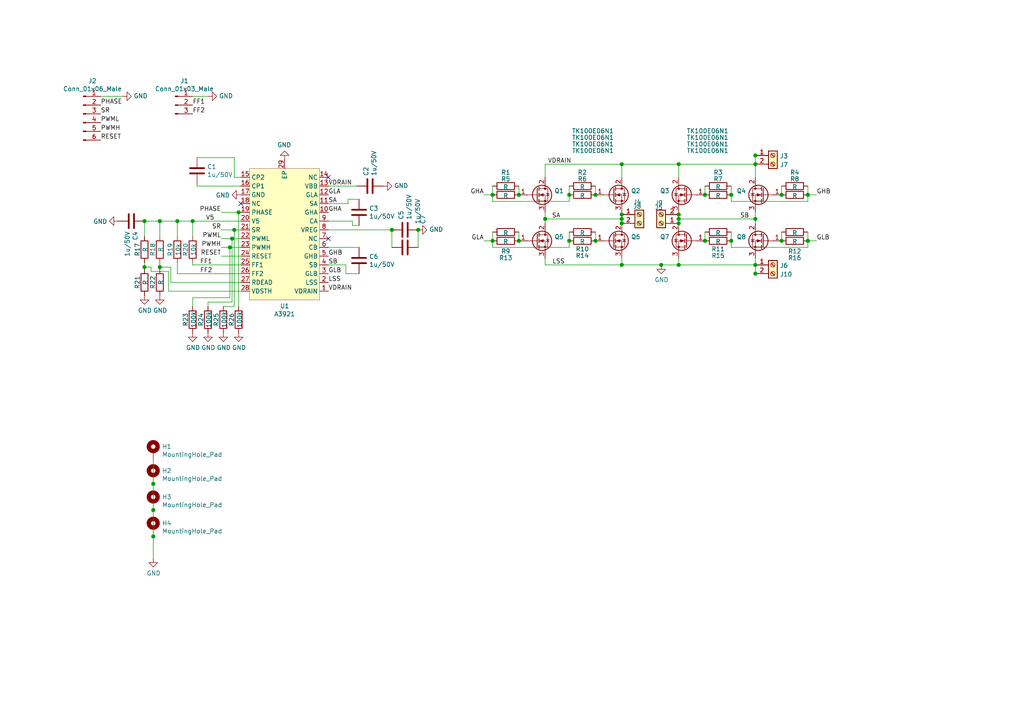
<source format=kicad_sch>
(kicad_sch (version 20201015) (generator eeschema)
  (paper "A4")
  (lib_symbols
    (symbol "Connector:Conn_01x03_Male" (pin_names (offset 1.016) hide)
      (property "Reference" "J" (at 0 5.08 0))
      (property "Value" "Conn_01x03_Male" (at 0 -5.08 0))
      (symbol "Conn_01x03_Male_1_1"
        (rectangle (start 0.8636 -2.413) (end 0 -2.667) (stroke (width 0.1524)) (fill (type outline)))
        (rectangle (start 0.8636 0.127) (end 0 -0.127) (stroke (width 0.1524)) (fill (type outline)))
        (rectangle (start 0.8636 2.667) (end 0 2.413) (stroke (width 0.1524)) (fill (type outline)))
        (polyline (pts (xy 1.27 -2.54) (xy 0.8636 -2.54)) (stroke (width 0.1524)))
        (polyline (pts (xy 1.27 0) (xy 0.8636 0)) (stroke (width 0.1524)))
        (polyline (pts (xy 1.27 2.54) (xy 0.8636 2.54)) (stroke (width 0.1524)))
        (pin passive line (at 5.08 2.54 180) (length 3.81) (name "Pin_1") (number "1"))
        (pin passive line (at 5.08 0 180) (length 3.81) (name "Pin_2") (number "2"))
        (pin passive line (at 5.08 -2.54 180) (length 3.81) (name "Pin_3") (number "3"))
      )
    )
    (symbol "Connector:Conn_01x06_Male" (pin_names (offset 1.016) hide)
      (property "Reference" "J" (at 0 7.62 0))
      (property "Value" "Conn_01x06_Male" (at 0 -10.16 0))
      (symbol "Conn_01x06_Male_1_1"
        (rectangle (start 0.8636 -7.493) (end 0 -7.747) (stroke (width 0.1524)) (fill (type outline)))
        (rectangle (start 0.8636 -4.953) (end 0 -5.207) (stroke (width 0.1524)) (fill (type outline)))
        (rectangle (start 0.8636 -2.413) (end 0 -2.667) (stroke (width 0.1524)) (fill (type outline)))
        (rectangle (start 0.8636 0.127) (end 0 -0.127) (stroke (width 0.1524)) (fill (type outline)))
        (rectangle (start 0.8636 2.667) (end 0 2.413) (stroke (width 0.1524)) (fill (type outline)))
        (rectangle (start 0.8636 5.207) (end 0 4.953) (stroke (width 0.1524)) (fill (type outline)))
        (polyline (pts (xy 1.27 -7.62) (xy 0.8636 -7.62)) (stroke (width 0.1524)))
        (polyline (pts (xy 1.27 -5.08) (xy 0.8636 -5.08)) (stroke (width 0.1524)))
        (polyline (pts (xy 1.27 -2.54) (xy 0.8636 -2.54)) (stroke (width 0.1524)))
        (polyline (pts (xy 1.27 0) (xy 0.8636 0)) (stroke (width 0.1524)))
        (polyline (pts (xy 1.27 2.54) (xy 0.8636 2.54)) (stroke (width 0.1524)))
        (polyline (pts (xy 1.27 5.08) (xy 0.8636 5.08)) (stroke (width 0.1524)))
        (pin passive line (at 5.08 5.08 180) (length 3.81) (name "Pin_1") (number "1"))
        (pin passive line (at 5.08 2.54 180) (length 3.81) (name "Pin_2") (number "2"))
        (pin passive line (at 5.08 0 180) (length 3.81) (name "Pin_3") (number "3"))
        (pin passive line (at 5.08 -2.54 180) (length 3.81) (name "Pin_4") (number "4"))
        (pin passive line (at 5.08 -5.08 180) (length 3.81) (name "Pin_5") (number "5"))
        (pin passive line (at 5.08 -7.62 180) (length 3.81) (name "Pin_6") (number "6"))
      )
    )
    (symbol "Connector:Screw_Terminal_01x02" (pin_names (offset 1.016) hide)
      (property "Reference" "J" (at 0 2.54 0))
      (property "Value" "Screw_Terminal_01x02" (at 0 -5.08 0))
      (symbol "Screw_Terminal_01x02_1_1"
        (circle (center 0 -2.54) (radius 0.635) (stroke (width 0.1524)))
        (circle (center 0 0) (radius 0.635) (stroke (width 0.1524)))
        (rectangle (start -1.27 1.27) (end 1.27 -3.81) (stroke (width 0.254)) (fill (type background)))
        (polyline (pts (xy -0.5334 -2.2098) (xy 0.3302 -3.048)) (stroke (width 0.1524)))
        (polyline (pts (xy -0.5334 0.3302) (xy 0.3302 -0.508)) (stroke (width 0.1524)))
        (polyline (pts (xy -0.3556 -2.032) (xy 0.508 -2.8702)) (stroke (width 0.1524)))
        (polyline (pts (xy -0.3556 0.508) (xy 0.508 -0.3302)) (stroke (width 0.1524)))
        (pin passive line (at -5.08 0 0) (length 3.81) (name "Pin_1") (number "1"))
        (pin passive line (at -5.08 -2.54 0) (length 3.81) (name "Pin_2") (number "2"))
      )
    )
    (symbol "DeeComponents:A3921"
      (property "Reference" "U" (at 2.54 3.81 0))
      (property "Value" "A3921" (at -2.54 3.81 0))
      (symbol "A3921_0_0"
        (pin passive line (at 0 -39.37 90) (length 2.54) (name "EP") (number "29"))
      )
      (symbol "A3921_0_1"
        (rectangle (start -10.16 1.27) (end 10.16 -36.83) (stroke (width 0.001)) (fill (type background)))
      )
      (symbol "A3921_1_1"
        (pin passive line (at -12.7 -1.27 0) (length 2.54) (name "VDRAIN") (number "1"))
        (pin passive line (at -12.7 -3.81 0) (length 2.54) (name "LSS") (number "2"))
        (pin passive line (at -12.7 -6.35 0) (length 2.54) (name "GLB") (number "3"))
        (pin passive line (at -12.7 -8.89 0) (length 2.54) (name "SB") (number "4"))
        (pin passive line (at -12.7 -16.51 0) (length 2.54) (name "NC") (number "7"))
        (pin passive line (at -12.7 -19.05 0) (length 2.54) (name "VREG") (number "8"))
        (pin passive line (at -12.7 -11.43 0) (length 2.54) (name "GHB") (number "5"))
        (pin passive line (at -12.7 -13.97 0) (length 2.54) (name "CB") (number "6"))
        (pin passive line (at -12.7 -26.67 0) (length 2.54) (name "SA") (number "11"))
        (pin passive line (at -12.7 -29.21 0) (length 2.54) (name "GLA") (number "12"))
        (pin passive line (at -12.7 -21.59 0) (length 2.54) (name "CA") (number "9"))
        (pin passive line (at -12.7 -34.29 0) (length 2.54) (name "NC") (number "14"))
        (pin passive line (at -12.7 -31.75 0) (length 2.54) (name "VBB") (number "13"))
        (pin passive line (at -12.7 -24.13 0) (length 2.54) (name "GHA") (number "10"))
        (pin passive line (at 12.7 -16.51 180) (length 2.54) (name "PWML") (number "22"))
        (pin passive line (at 12.7 -29.21 180) (length 2.54) (name "GND") (number "17"))
        (pin passive line (at 12.7 -26.67 180) (length 2.54) (name "NC") (number "18"))
        (pin passive line (at 12.7 -34.29 180) (length 2.54) (name "CP2") (number "15"))
        (pin passive line (at 12.7 -11.43 180) (length 2.54) (name "RESET") (number "24"))
        (pin passive line (at 12.7 -6.35 180) (length 2.54) (name "FF2") (number "26"))
        (pin passive line (at 12.7 -21.59 180) (length 2.54) (name "V5") (number "20"))
        (pin passive line (at 12.7 -24.13 180) (length 2.54) (name "PHASE") (number "19"))
        (pin passive line (at 12.7 -31.75 180) (length 2.54) (name "CP1") (number "16"))
        (pin passive line (at 12.7 -8.89 180) (length 2.54) (name "FF1") (number "25"))
        (pin passive line (at 12.7 -19.05 180) (length 2.54) (name "SR") (number "21"))
        (pin passive line (at 12.7 -3.81 180) (length 2.54) (name "RDEAD") (number "27"))
        (pin passive line (at 12.7 -13.97 180) (length 2.54) (name "PWMH") (number "23"))
        (pin passive line (at 12.7 -1.27 180) (length 2.54) (name "VDSTH") (number "28"))
      )
    )
    (symbol "Device:C" (pin_numbers hide) (pin_names (offset 0.254))
      (property "Reference" "C" (at 0.635 2.54 0))
      (property "Value" "C" (at 0.635 -2.54 0))
      (symbol "C_0_1"
        (polyline (pts (xy -2.032 -0.762) (xy 2.032 -0.762)) (stroke (width 0.508)))
        (polyline (pts (xy -2.032 0.762) (xy 2.032 0.762)) (stroke (width 0.508)))
      )
      (symbol "C_1_1"
        (pin passive line (at 0 3.81 270) (length 2.794) (name "~") (number "1"))
        (pin passive line (at 0 -3.81 90) (length 2.794) (name "~") (number "2"))
      )
    )
    (symbol "Device:R" (pin_numbers hide) (pin_names (offset 0))
      (property "Reference" "R" (at 2.032 0 90))
      (property "Value" "R" (at 0 0 90))
      (symbol "R_0_1"
        (rectangle (start -1.016 -2.54) (end 1.016 2.54) (stroke (width 0.254)))
      )
      (symbol "R_1_1"
        (pin passive line (at 0 3.81 270) (length 1.27) (name "~") (number "1"))
        (pin passive line (at 0 -3.81 90) (length 1.27) (name "~") (number "2"))
      )
    )
    (symbol "Mechanical:MountingHole_Pad" (pin_numbers hide) (pin_names (offset 1.016) hide)
      (property "Reference" "H" (at 0 6.35 0))
      (property "Value" "MountingHole_Pad" (at 0 4.445 0))
      (symbol "MountingHole_Pad_0_1"
        (circle (center 0 1.27) (radius 1.27) (stroke (width 1.27)))
      )
      (symbol "MountingHole_Pad_1_1"
        (pin input line (at 0 -2.54 90) (length 2.54) (name "1") (number "1"))
      )
    )
    (symbol "Transistor_FET:BUZ11" (pin_names hide)
      (property "Reference" "Q" (at 6.35 1.905 0))
      (property "Value" "BUZ11" (at 6.35 0 0))
      (symbol "BUZ11_0_1"
        (circle (center 1.651 0) (radius 2.794) (stroke (width 0.254)))
        (circle (center 2.54 -1.778) (radius 0.254) (fill (type outline)))
        (circle (center 2.54 1.778) (radius 0.254) (fill (type outline)))
        (polyline (pts (xy 0.254 0) (xy -2.54 0)))
        (polyline (pts (xy 0.254 1.905) (xy 0.254 -1.905)) (stroke (width 0.254)))
        (polyline (pts (xy 0.762 -1.27) (xy 0.762 -2.286)) (stroke (width 0.254)))
        (polyline (pts (xy 0.762 0.508) (xy 0.762 -0.508)) (stroke (width 0.254)))
        (polyline (pts (xy 0.762 2.286) (xy 0.762 1.27)) (stroke (width 0.254)))
        (polyline (pts (xy 2.54 2.54) (xy 2.54 1.778)))
        (polyline (pts (xy 2.54 -2.54) (xy 2.54 0) (xy 0.762 0)))
        (polyline (pts (xy 0.762 -1.778) (xy 3.302 -1.778) (xy 3.302 1.778) (xy 0.762 1.778)))
        (polyline (pts (xy 1.016 0) (xy 2.032 0.381) (xy 2.032 -0.381) (xy 1.016 0)) (fill (type outline)))
        (polyline (pts (xy 2.794 0.508) (xy 2.921 0.381) (xy 3.683 0.381) (xy 3.81 0.254)))
        (polyline (pts (xy 3.302 0.381) (xy 2.921 -0.254) (xy 3.683 -0.254) (xy 3.302 0.381)))
      )
      (symbol "BUZ11_1_1"
        (pin input line (at -5.08 0 0) (length 2.54) (name "G") (number "1"))
        (pin passive line (at 2.54 5.08 270) (length 2.54) (name "D") (number "2"))
        (pin passive line (at 2.54 -5.08 90) (length 2.54) (name "S") (number "3"))
      )
    )
    (symbol "power:GND" (power) (pin_names (offset 0))
      (property "Value" "GND" (at 0 -3.81 0))
      (symbol "GND_0_1"
        (polyline (pts (xy 0 0) (xy 0 -1.27) (xy 1.27 -1.27) (xy 0 -2.54) (xy -1.27 -1.27) (xy 0 -1.27)))
      )
      (symbol "GND_1_1"
        (pin power_in line (at 0 0 270) (length 0) hide (name "GND") (number "1"))
      )
    )
  )
  (junction (at 41.91 64.135) (diameter 1.016))
  (junction (at 41.91 77.47) (diameter 1.016))
  (junction (at 44.45 140.335) (diameter 1.016))
  (junction (at 44.45 147.955) (diameter 1.016))
  (junction (at 44.45 155.575) (diameter 1.016))
  (junction (at 46.355 64.135) (diameter 1.016))
  (junction (at 46.355 77.47) (diameter 1.016))
  (junction (at 51.435 64.135) (diameter 1.016))
  (junction (at 55.88 64.135) (diameter 1.016))
  (junction (at 66.675 71.755) (diameter 1.016))
  (junction (at 67.31 69.215) (diameter 1.016))
  (junction (at 67.945 66.675) (diameter 1.016))
  (junction (at 69.215 61.595) (diameter 1.016))
  (junction (at 113.665 66.675) (diameter 1.016))
  (junction (at 121.285 66.675) (diameter 1.016))
  (junction (at 142.875 56.515) (diameter 1.016))
  (junction (at 142.875 69.85) (diameter 1.016))
  (junction (at 150.495 56.515) (diameter 1.016))
  (junction (at 150.495 69.85) (diameter 1.016))
  (junction (at 158.115 63.5) (diameter 1.016))
  (junction (at 165.1 56.515) (diameter 1.016))
  (junction (at 165.1 69.85) (diameter 1.016))
  (junction (at 172.72 56.515) (diameter 1.016))
  (junction (at 172.72 69.85) (diameter 1.016))
  (junction (at 180.34 47.625) (diameter 1.016))
  (junction (at 180.34 62.23) (diameter 1.016))
  (junction (at 180.34 63.5) (diameter 1.016))
  (junction (at 180.34 64.77) (diameter 1.016))
  (junction (at 180.34 76.835) (diameter 1.016))
  (junction (at 191.77 76.835) (diameter 1.016))
  (junction (at 196.85 47.625) (diameter 1.016))
  (junction (at 196.85 62.23) (diameter 1.016))
  (junction (at 196.85 63.5) (diameter 1.016))
  (junction (at 196.85 64.77) (diameter 1.016))
  (junction (at 196.85 76.835) (diameter 1.016))
  (junction (at 204.47 56.515) (diameter 1.016))
  (junction (at 204.47 69.85) (diameter 1.016))
  (junction (at 212.09 56.515) (diameter 1.016))
  (junction (at 212.09 69.85) (diameter 1.016))
  (junction (at 219.075 45.085) (diameter 1.016))
  (junction (at 219.075 47.625) (diameter 1.016))
  (junction (at 219.075 63.5) (diameter 1.016))
  (junction (at 219.075 76.835) (diameter 1.016))
  (junction (at 219.075 79.375) (diameter 1.016))
  (junction (at 226.695 56.515) (diameter 1.016))
  (junction (at 226.695 69.85) (diameter 1.016))
  (junction (at 234.315 56.515) (diameter 1.016))
  (junction (at 234.315 69.85) (diameter 1.016))
  (no_connect (at 95.25 69.215))
  (no_connect (at 69.85 59.055))
  (no_connect (at 95.25 51.435))
  (wire (pts (xy 29.21 27.94) (xy 35.56 27.94)))
  (wire (pts (xy 41.91 64.135) (xy 41.91 68.58)))
  (wire (pts (xy 41.91 64.135) (xy 46.355 64.135)))
  (wire (pts (xy 41.91 76.2) (xy 41.91 77.47)))
  (wire (pts (xy 41.91 77.47) (xy 41.91 78.105)))
  (wire (pts (xy 41.91 77.47) (xy 43.815 77.47)))
  (wire (pts (xy 43.815 77.47) (xy 43.815 78.74)))
  (wire (pts (xy 43.815 78.74) (xy 48.895 78.74)))
  (wire (pts (xy 44.45 133.35) (xy 44.45 140.335)))
  (wire (pts (xy 44.45 140.335) (xy 44.45 147.955)))
  (wire (pts (xy 44.45 147.955) (xy 44.45 155.575)))
  (wire (pts (xy 44.45 155.575) (xy 44.45 161.925)))
  (wire (pts (xy 46.355 64.135) (xy 46.355 68.58)))
  (wire (pts (xy 46.355 64.135) (xy 51.435 64.135)))
  (wire (pts (xy 46.355 77.47) (xy 46.355 76.2)))
  (wire (pts (xy 46.355 77.47) (xy 46.355 78.105)))
  (wire (pts (xy 48.895 78.74) (xy 48.895 84.455)))
  (wire (pts (xy 48.895 84.455) (xy 69.85 84.455)))
  (wire (pts (xy 49.53 77.47) (xy 46.355 77.47)))
  (wire (pts (xy 49.53 81.915) (xy 49.53 77.47)))
  (wire (pts (xy 51.435 64.135) (xy 55.88 64.135)))
  (wire (pts (xy 51.435 68.58) (xy 51.435 64.135)))
  (wire (pts (xy 51.435 79.375) (xy 51.435 76.2)))
  (wire (pts (xy 55.88 27.94) (xy 60.325 27.94)))
  (wire (pts (xy 55.88 64.135) (xy 55.88 68.58)))
  (wire (pts (xy 55.88 64.135) (xy 69.85 64.135)))
  (wire (pts (xy 55.88 76.2) (xy 55.88 76.835)))
  (wire (pts (xy 55.88 76.835) (xy 69.85 76.835)))
  (wire (pts (xy 55.88 86.36) (xy 66.675 86.36)))
  (wire (pts (xy 55.88 88.9) (xy 55.88 86.36)))
  (wire (pts (xy 57.15 53.975) (xy 57.15 53.34)))
  (wire (pts (xy 60.325 87.63) (xy 67.31 87.63)))
  (wire (pts (xy 60.325 88.9) (xy 60.325 87.63)))
  (wire (pts (xy 64.135 61.595) (xy 69.215 61.595)))
  (wire (pts (xy 64.135 66.675) (xy 67.945 66.675)))
  (wire (pts (xy 64.135 69.215) (xy 67.31 69.215)))
  (wire (pts (xy 64.135 71.755) (xy 66.675 71.755)))
  (wire (pts (xy 64.135 74.295) (xy 69.85 74.295)))
  (wire (pts (xy 64.77 88.9) (xy 67.945 88.9)))
  (wire (pts (xy 66.675 71.755) (xy 69.85 71.755)))
  (wire (pts (xy 66.675 86.36) (xy 66.675 71.755)))
  (wire (pts (xy 67.31 69.215) (xy 67.31 87.63)))
  (wire (pts (xy 67.31 69.215) (xy 69.85 69.215)))
  (wire (pts (xy 67.945 45.72) (xy 57.15 45.72)))
  (wire (pts (xy 67.945 51.435) (xy 67.945 45.72)))
  (wire (pts (xy 67.945 51.435) (xy 69.85 51.435)))
  (wire (pts (xy 67.945 66.675) (xy 67.945 88.9)))
  (wire (pts (xy 67.945 66.675) (xy 69.85 66.675)))
  (wire (pts (xy 69.215 61.595) (xy 69.215 88.9)))
  (wire (pts (xy 69.215 61.595) (xy 69.85 61.595)))
  (wire (pts (xy 69.85 53.975) (xy 57.15 53.975)))
  (wire (pts (xy 69.85 79.375) (xy 51.435 79.375)))
  (wire (pts (xy 69.85 81.915) (xy 49.53 81.915)))
  (wire (pts (xy 95.25 53.975) (xy 103.505 53.975)))
  (wire (pts (xy 95.25 59.055) (xy 100.965 59.055)))
  (wire (pts (xy 95.25 64.135) (xy 102.235 64.135)))
  (wire (pts (xy 95.25 66.675) (xy 113.665 66.675)))
  (wire (pts (xy 95.25 71.755) (xy 104.14 71.755)))
  (wire (pts (xy 100.33 76.835) (xy 95.25 76.835)))
  (wire (pts (xy 100.33 79.375) (xy 100.33 76.835)))
  (wire (pts (xy 100.965 57.785) (xy 100.965 59.055)))
  (wire (pts (xy 102.235 65.405) (xy 102.235 64.135)))
  (wire (pts (xy 104.14 57.785) (xy 100.965 57.785)))
  (wire (pts (xy 104.14 65.405) (xy 102.235 65.405)))
  (wire (pts (xy 104.14 79.375) (xy 100.33 79.375)))
  (wire (pts (xy 113.665 66.675) (xy 113.665 71.755)))
  (wire (pts (xy 121.285 66.675) (xy 121.285 71.755)))
  (wire (pts (xy 140.335 56.515) (xy 142.875 56.515)))
  (wire (pts (xy 140.335 69.85) (xy 142.875 69.85)))
  (wire (pts (xy 142.875 53.975) (xy 142.875 56.515)))
  (wire (pts (xy 142.875 58.42) (xy 142.875 56.515)))
  (wire (pts (xy 142.875 67.31) (xy 142.875 69.85)))
  (wire (pts (xy 142.875 71.755) (xy 142.875 69.85)))
  (wire (pts (xy 150.495 53.975) (xy 150.495 56.515)))
  (wire (pts (xy 150.495 67.31) (xy 150.495 69.85)))
  (wire (pts (xy 158.115 47.625) (xy 158.115 51.435)))
  (wire (pts (xy 158.115 61.595) (xy 158.115 63.5)))
  (wire (pts (xy 158.115 63.5) (xy 158.115 64.77)))
  (wire (pts (xy 158.115 63.5) (xy 180.34 63.5)))
  (wire (pts (xy 158.115 74.93) (xy 158.115 76.835)))
  (wire (pts (xy 158.115 76.835) (xy 180.34 76.835)))
  (wire (pts (xy 165.1 53.975) (xy 165.1 56.515)))
  (wire (pts (xy 165.1 56.515) (xy 165.1 58.42)))
  (wire (pts (xy 165.1 58.42) (xy 142.875 58.42)))
  (wire (pts (xy 165.1 67.31) (xy 165.1 69.85)))
  (wire (pts (xy 165.1 69.85) (xy 165.1 71.755)))
  (wire (pts (xy 165.1 71.755) (xy 142.875 71.755)))
  (wire (pts (xy 172.72 53.975) (xy 172.72 56.515)))
  (wire (pts (xy 172.72 67.31) (xy 172.72 69.85)))
  (wire (pts (xy 180.34 47.625) (xy 158.115 47.625)))
  (wire (pts (xy 180.34 47.625) (xy 196.85 47.625)))
  (wire (pts (xy 180.34 51.435) (xy 180.34 47.625)))
  (wire (pts (xy 180.34 61.595) (xy 180.34 62.23)))
  (wire (pts (xy 180.34 62.23) (xy 180.34 63.5)))
  (wire (pts (xy 180.34 63.5) (xy 180.34 64.77)))
  (wire (pts (xy 180.34 76.835) (xy 180.34 74.93)))
  (wire (pts (xy 180.34 76.835) (xy 191.77 76.835)))
  (wire (pts (xy 191.77 76.835) (xy 196.85 76.835)))
  (wire (pts (xy 196.85 47.625) (xy 219.075 47.625)))
  (wire (pts (xy 196.85 51.435) (xy 196.85 47.625)))
  (wire (pts (xy 196.85 61.595) (xy 196.85 62.23)))
  (wire (pts (xy 196.85 62.23) (xy 196.85 63.5)))
  (wire (pts (xy 196.85 63.5) (xy 196.85 64.77)))
  (wire (pts (xy 196.85 76.835) (xy 196.85 74.93)))
  (wire (pts (xy 204.47 53.975) (xy 204.47 56.515)))
  (wire (pts (xy 204.47 67.31) (xy 204.47 69.85)))
  (wire (pts (xy 212.09 53.975) (xy 212.09 56.515)))
  (wire (pts (xy 212.09 56.515) (xy 212.09 58.42)))
  (wire (pts (xy 212.09 58.42) (xy 234.315 58.42)))
  (wire (pts (xy 212.09 67.31) (xy 212.09 69.85)))
  (wire (pts (xy 212.09 69.85) (xy 212.09 71.755)))
  (wire (pts (xy 212.09 71.755) (xy 234.315 71.755)))
  (wire (pts (xy 219.075 45.085) (xy 219.075 47.625)))
  (wire (pts (xy 219.075 47.625) (xy 219.075 51.435)))
  (wire (pts (xy 219.075 61.595) (xy 219.075 63.5)))
  (wire (pts (xy 219.075 63.5) (xy 196.85 63.5)))
  (wire (pts (xy 219.075 63.5) (xy 219.075 64.77)))
  (wire (pts (xy 219.075 74.93) (xy 219.075 76.835)))
  (wire (pts (xy 219.075 76.835) (xy 196.85 76.835)))
  (wire (pts (xy 219.075 76.835) (xy 219.075 79.375)))
  (wire (pts (xy 226.695 53.975) (xy 226.695 56.515)))
  (wire (pts (xy 226.695 67.31) (xy 226.695 69.85)))
  (wire (pts (xy 234.315 53.975) (xy 234.315 56.515)))
  (wire (pts (xy 234.315 58.42) (xy 234.315 56.515)))
  (wire (pts (xy 234.315 67.31) (xy 234.315 69.85)))
  (wire (pts (xy 234.315 71.755) (xy 234.315 69.85)))
  (wire (pts (xy 236.855 56.515) (xy 234.315 56.515)))
  (wire (pts (xy 236.855 69.85) (xy 234.315 69.85)))
  (label "PHASE" (at 29.21 30.48 0))
  (label "SR" (at 29.21 33.02 0))
  (label "PWML" (at 29.21 35.56 0))
  (label "PWMH" (at 29.21 38.1 0))
  (label "RESET" (at 29.21 40.64 0))
  (label "FF1" (at 55.88 30.48 0))
  (label "FF2" (at 55.88 33.02 0))
  (label "V5" (at 59.69 64.135 0))
  (label "FF1" (at 61.595 76.835 180))
  (label "FF2" (at 61.595 79.375 180))
  (label "PHASE" (at 64.135 61.595 180))
  (label "SR" (at 64.135 66.675 180))
  (label "PWML" (at 64.135 69.215 180))
  (label "PWMH" (at 64.135 71.755 180))
  (label "RESET" (at 64.135 74.295 180))
  (label "VDRAIN" (at 95.25 53.975 0))
  (label "GLA" (at 95.25 56.515 0))
  (label "SA" (at 95.25 59.055 0))
  (label "GHA" (at 95.25 61.595 0))
  (label "GHB" (at 95.25 74.295 0))
  (label "SB" (at 95.25 76.835 0))
  (label "GLB" (at 95.25 79.375 0))
  (label "LSS" (at 95.25 81.915 0))
  (label "VDRAIN" (at 95.25 84.455 0))
  (label "GHA" (at 140.335 56.515 180))
  (label "GLA" (at 140.335 69.85 180))
  (label "SA" (at 162.56 63.5 180))
  (label "LSS" (at 163.83 76.835 180))
  (label "VDRAIN" (at 165.735 47.625 180))
  (label "SB" (at 214.63 63.5 0))
  (label "GHB" (at 236.855 56.515 0))
  (label "GLB" (at 236.855 69.85 0))
  (symbol (lib_id "power:GND") (at 34.29 64.135 270) (unit 1)
    (property "Reference" "#PWR04" (effects hide))
    (property "Value" "GND" (at 31.1149 64.2493 90) (effects (justify right)))
  )
  (symbol (lib_id "power:GND") (at 35.56 27.94 90) (unit 1)
    (property "Reference" "#PWR08" (effects hide))
    (property "Value" "GND" (at 38.7351 27.8257 90) (effects (justify right)))
  )
  (symbol (lib_id "power:GND") (at 41.91 85.725 0) (unit 1)
    (property "Reference" "#PWR06" (effects hide))
    (property "Value" "GND" (at 42.0243 90.0494 0))
  )
  (symbol (lib_id "power:GND") (at 44.45 161.925 0) (unit 1)
    (property "Reference" "#PWR0102" (effects hide))
    (property "Value" "GND" (at 44.5643 166.2494 0))
  )
  (symbol (lib_id "power:GND") (at 46.355 85.725 0) (unit 1)
    (property "Reference" "#PWR07" (effects hide))
    (property "Value" "GND" (at 46.4693 90.0494 0))
  )
  (symbol (lib_id "power:GND") (at 55.88 96.52 0) (unit 1)
    (property "Reference" "#PWR010" (effects hide))
    (property "Value" "GND" (at 55.9943 100.8444 0))
  )
  (symbol (lib_id "power:GND") (at 60.325 27.94 90) (unit 1)
    (property "Reference" "#PWR09" (effects hide))
    (property "Value" "GND" (at 63.5001 27.8257 90) (effects (justify right)))
  )
  (symbol (lib_id "power:GND") (at 60.325 96.52 0) (unit 1)
    (property "Reference" "#PWR011" (effects hide))
    (property "Value" "GND" (at 60.4393 100.8444 0))
  )
  (symbol (lib_id "power:GND") (at 64.77 96.52 0) (unit 1)
    (property "Reference" "#PWR012" (effects hide))
    (property "Value" "GND" (at 64.8843 100.8444 0))
  )
  (symbol (lib_id "power:GND") (at 69.215 96.52 0) (unit 1)
    (property "Reference" "#PWR013" (effects hide))
    (property "Value" "GND" (at 69.3293 100.8444 0))
  )
  (symbol (lib_id "power:GND") (at 69.85 56.515 270) (unit 1)
    (property "Reference" "#PWR03" (effects hide))
    (property "Value" "GND" (at 66.6749 56.6293 90) (effects (justify right)))
  )
  (symbol (lib_id "power:GND") (at 82.55 46.355 180) (unit 1)
    (property "Reference" "#PWR01" (effects hide))
    (property "Value" "GND" (at 82.4357 42.0306 0))
  )
  (symbol (lib_id "power:GND") (at 111.125 53.975 90) (unit 1)
    (property "Reference" "#PWR02" (effects hide))
    (property "Value" "GND" (at 114.3001 53.8607 90) (effects (justify right)))
  )
  (symbol (lib_id "power:GND") (at 121.285 66.675 90) (unit 1)
    (property "Reference" "#PWR05" (effects hide))
    (property "Value" "GND" (at 124.4601 66.5607 90) (effects (justify right)))
  )
  (symbol (lib_id "power:GND") (at 191.77 76.835 0) (unit 1)
    (property "Reference" "#PWR0101" (effects hide))
    (property "Value" "GND" (at 191.8843 81.1594 0))
  )
  (symbol (lib_id "Device:R") (at 41.91 72.39 180) (unit 1)
    (property "Reference" "R17" (at 39.8588 72.39 90))
    (property "Value" "R" (at 42.158 72.39 90))
    (property "Footprint" "Resistor_SMD:R_0603_1608Metric_Pad0.98x0.95mm_HandSolder" (effects hide))
  )
  (symbol (lib_id "Device:R") (at 41.91 81.915 180) (unit 1)
    (property "Reference" "R21" (at 39.8588 81.915 90))
    (property "Value" "R" (at 42.158 81.915 90))
    (property "Footprint" "Resistor_SMD:R_0603_1608Metric_Pad0.98x0.95mm_HandSolder" (effects hide))
  )
  (symbol (lib_id "Device:R") (at 46.355 72.39 180) (unit 1)
    (property "Reference" "R18" (at 44.3038 72.39 90))
    (property "Value" "R" (at 46.603 72.39 90))
    (property "Footprint" "Resistor_SMD:R_0603_1608Metric_Pad0.98x0.95mm_HandSolder" (effects hide))
  )
  (symbol (lib_id "Device:R") (at 46.355 81.915 180) (unit 1)
    (property "Reference" "R22" (at 44.3038 81.915 90))
    (property "Value" "R" (at 46.603 81.915 90))
    (property "Footprint" "Resistor_SMD:R_0603_1608Metric_Pad0.98x0.95mm_HandSolder" (effects hide))
  )
  (symbol (lib_id "Device:R") (at 51.435 72.39 180) (unit 1)
    (property "Reference" "R19" (at 49.3838 72.39 90))
    (property "Value" "10k" (at 51.683 72.39 90))
    (property "Footprint" "Resistor_SMD:R_0603_1608Metric_Pad0.98x0.95mm_HandSolder" (effects hide))
  )
  (symbol (lib_id "Device:R") (at 55.88 72.39 180) (unit 1)
    (property "Reference" "R20" (at 53.8288 72.39 90))
    (property "Value" "10k" (at 56.128 72.39 90))
    (property "Footprint" "Resistor_SMD:R_0603_1608Metric_Pad0.98x0.95mm_HandSolder" (effects hide))
  )
  (symbol (lib_id "Device:R") (at 55.88 92.71 180) (unit 1)
    (property "Reference" "R23" (at 53.8288 92.71 90))
    (property "Value" "100k" (at 56.128 92.71 90))
    (property "Footprint" "Resistor_SMD:R_0603_1608Metric_Pad0.98x0.95mm_HandSolder" (effects hide))
  )
  (symbol (lib_id "Device:R") (at 60.325 92.71 180) (unit 1)
    (property "Reference" "R24" (at 58.2738 92.71 90))
    (property "Value" "100k" (at 60.573 92.71 90))
    (property "Footprint" "Resistor_SMD:R_0603_1608Metric_Pad0.98x0.95mm_HandSolder" (effects hide))
  )
  (symbol (lib_id "Device:R") (at 64.77 92.71 180) (unit 1)
    (property "Reference" "R25" (at 62.7188 92.71 90))
    (property "Value" "100k" (at 65.018 92.71 90))
    (property "Footprint" "Resistor_SMD:R_0603_1608Metric_Pad0.98x0.95mm_HandSolder" (effects hide))
  )
  (symbol (lib_id "Device:R") (at 69.215 92.71 180) (unit 1)
    (property "Reference" "R26" (at 67.1638 92.71 90))
    (property "Value" "100k" (at 69.463 92.71 90))
    (property "Footprint" "Resistor_SMD:R_0603_1608Metric_Pad0.98x0.95mm_HandSolder" (effects hide))
  )
  (symbol (lib_id "Device:R") (at 146.685 53.975 90) (unit 1)
    (property "Reference" "R1" (at 146.685 50.0188 90))
    (property "Value" "R" (at 146.685 54.2225 90))
    (property "Footprint" "Resistor_SMD:R_0603_1608Metric_Pad0.98x0.95mm_HandSolder" (effects hide))
  )
  (symbol (lib_id "Device:R") (at 146.685 56.515 90) (unit 1)
    (property "Reference" "R5" (at 146.685 51.9238 90))
    (property "Value" "R" (at 146.685 56.7625 90))
    (property "Footprint" "Resistor_SMD:R_0603_1608Metric_Pad0.98x0.95mm_HandSolder" (effects hide))
  )
  (symbol (lib_id "Device:R") (at 146.685 67.31 90) (unit 1)
    (property "Reference" "R9" (at 146.685 72.8788 90))
    (property "Value" "R" (at 146.685 67.5575 90))
    (property "Footprint" "Resistor_SMD:R_0603_1608Metric_Pad0.98x0.95mm_HandSolder" (effects hide))
  )
  (symbol (lib_id "Device:R") (at 146.685 69.85 90) (unit 1)
    (property "Reference" "R13" (at 146.685 74.7838 90))
    (property "Value" "R" (at 146.685 70.0975 90))
    (property "Footprint" "Resistor_SMD:R_0603_1608Metric_Pad0.98x0.95mm_HandSolder" (effects hide))
  )
  (symbol (lib_id "Device:R") (at 168.91 53.975 90) (unit 1)
    (property "Reference" "R2" (at 168.91 50.0188 90))
    (property "Value" "R" (at 168.91 54.2225 90))
    (property "Footprint" "Resistor_SMD:R_0603_1608Metric_Pad0.98x0.95mm_HandSolder" (effects hide))
  )
  (symbol (lib_id "Device:R") (at 168.91 56.515 90) (unit 1)
    (property "Reference" "R6" (at 168.91 51.9238 90))
    (property "Value" "R" (at 168.91 56.7625 90))
    (property "Footprint" "Resistor_SMD:R_0603_1608Metric_Pad0.98x0.95mm_HandSolder" (effects hide))
  )
  (symbol (lib_id "Device:R") (at 168.91 67.31 90) (unit 1)
    (property "Reference" "R10" (at 168.91 72.2438 90))
    (property "Value" "R" (at 168.91 67.5575 90))
    (property "Footprint" "Resistor_SMD:R_0603_1608Metric_Pad0.98x0.95mm_HandSolder" (effects hide))
  )
  (symbol (lib_id "Device:R") (at 168.91 69.85 90) (unit 1)
    (property "Reference" "R14" (at 168.91 74.1488 90))
    (property "Value" "R" (at 168.91 70.0975 90))
    (property "Footprint" "Resistor_SMD:R_0603_1608Metric_Pad0.98x0.95mm_HandSolder" (effects hide))
  )
  (symbol (lib_id "Device:R") (at 208.28 53.975 270) (mirror x) (unit 1)
    (property "Reference" "R3" (at 208.28 50.0188 90))
    (property "Value" "R" (at 208.28 54.2225 90))
    (property "Footprint" "Resistor_SMD:R_0603_1608Metric_Pad0.98x0.95mm_HandSolder" (effects hide))
  )
  (symbol (lib_id "Device:R") (at 208.28 56.515 270) (mirror x) (unit 1)
    (property "Reference" "R7" (at 208.28 51.9238 90))
    (property "Value" "R" (at 208.28 56.7625 90))
    (property "Footprint" "Resistor_SMD:R_0603_1608Metric_Pad0.98x0.95mm_HandSolder" (effects hide))
  )
  (symbol (lib_id "Device:R") (at 208.28 67.31 270) (mirror x) (unit 1)
    (property "Reference" "R11" (at 208.28 72.2438 90))
    (property "Value" "R" (at 208.28 67.5575 90))
    (property "Footprint" "Resistor_SMD:R_0603_1608Metric_Pad0.98x0.95mm_HandSolder" (effects hide))
  )
  (symbol (lib_id "Device:R") (at 208.28 69.85 270) (mirror x) (unit 1)
    (property "Reference" "R15" (at 208.28 74.1488 90))
    (property "Value" "R" (at 208.28 70.0975 90))
    (property "Footprint" "Resistor_SMD:R_0603_1608Metric_Pad0.98x0.95mm_HandSolder" (effects hide))
  )
  (symbol (lib_id "Device:R") (at 230.505 53.975 270) (mirror x) (unit 1)
    (property "Reference" "R4" (at 230.505 50.0188 90))
    (property "Value" "R" (at 230.505 54.2225 90))
    (property "Footprint" "Resistor_SMD:R_0603_1608Metric_Pad0.98x0.95mm_HandSolder" (effects hide))
  )
  (symbol (lib_id "Device:R") (at 230.505 56.515 270) (mirror x) (unit 1)
    (property "Reference" "R8" (at 230.505 51.9238 90))
    (property "Value" "R" (at 230.505 56.7625 90))
    (property "Footprint" "Resistor_SMD:R_0603_1608Metric_Pad0.98x0.95mm_HandSolder" (effects hide))
  )
  (symbol (lib_id "Device:R") (at 230.505 67.31 270) (mirror x) (unit 1)
    (property "Reference" "R12" (at 230.505 72.8788 90))
    (property "Value" "R" (at 230.505 67.5575 90))
    (property "Footprint" "Resistor_SMD:R_0603_1608Metric_Pad0.98x0.95mm_HandSolder" (effects hide))
  )
  (symbol (lib_id "Device:R") (at 230.505 69.85 270) (mirror x) (unit 1)
    (property "Reference" "R16" (at 230.505 74.7838 90))
    (property "Value" "R" (at 230.505 70.0975 90))
    (property "Footprint" "Resistor_SMD:R_0603_1608Metric_Pad0.98x0.95mm_HandSolder" (effects hide))
  )
  (symbol (lib_id "Mechanical:MountingHole_Pad") (at 44.45 130.81 0) (unit 1)
    (property "Reference" "H1" (at 46.9901 129.5336 0) (effects (justify left)))
    (property "Value" "MountingHole_Pad" (at 46.9901 131.8323 0) (effects (justify left)))
    (property "Footprint" "components:MountingHole_3.2mm_M3" (effects hide))
  )
  (symbol (lib_id "Mechanical:MountingHole_Pad") (at 44.45 137.795 0) (unit 1)
    (property "Reference" "H2" (at 46.9901 136.5186 0) (effects (justify left)))
    (property "Value" "MountingHole_Pad" (at 46.9901 138.8173 0) (effects (justify left)))
    (property "Footprint" "components:MountingHole_3.2mm_M3" (effects hide))
  )
  (symbol (lib_id "Mechanical:MountingHole_Pad") (at 44.45 145.415 0) (unit 1)
    (property "Reference" "H3" (at 46.9901 144.1386 0) (effects (justify left)))
    (property "Value" "MountingHole_Pad" (at 46.9901 146.4373 0) (effects (justify left)))
    (property "Footprint" "components:MountingHole_3.2mm_M3" (effects hide))
  )
  (symbol (lib_id "Mechanical:MountingHole_Pad") (at 44.45 153.035 0) (unit 1)
    (property "Reference" "H4" (at 46.9901 151.7586 0) (effects (justify left)))
    (property "Value" "MountingHole_Pad" (at 46.9901 154.0573 0) (effects (justify left)))
    (property "Footprint" "components:MountingHole_3.2mm_M3" (effects hide))
  )
  (symbol (lib_id "Connector:Screw_Terminal_01x02") (at 185.42 62.23 0) (unit 1)
    (property "Reference" "J4" (at 183.6421 58.5914 0) (effects (justify left)))
    (property "Value" "Screw_Terminal_01x02" (effects hide))
    (property "Footprint" "components:Terminal-Block-7.62mm-20A-300V" (effects hide))
  )
  (symbol (lib_id "Connector:Screw_Terminal_01x02") (at 185.42 62.23 0) (unit 1)
    (property "Reference" "J8" (at 183.6421 59.8614 0) (effects (justify left)))
    (property "Value" "Screw_Terminal_01x02" (effects hide))
    (property "Footprint" "components:Terminal-Block-7.62mm-20A-300V" (effects hide))
  )
  (symbol (lib_id "Connector:Screw_Terminal_01x02") (at 191.77 64.77 180) (unit 1)
    (property "Reference" "J5" (at 192.2779 60.1536 0) (effects (justify left)))
    (property "Value" "Screw_Terminal_01x02" (effects hide))
    (property "Footprint" "components:Terminal-Block-7.62mm-20A-300V" (effects hide))
  )
  (symbol (lib_id "Connector:Screw_Terminal_01x02") (at 191.77 64.77 180) (unit 1)
    (property "Reference" "J9" (at 192.2779 58.8836 0) (effects (justify left)))
    (property "Value" "Screw_Terminal_01x02" (effects hide))
    (property "Footprint" "components:Terminal-Block-7.62mm-20A-300V" (effects hide))
  )
  (symbol (lib_id "Connector:Screw_Terminal_01x02") (at 224.155 45.085 0) (unit 1)
    (property "Reference" "J3" (at 226.1871 45.2564 0) (effects (justify left)))
    (property "Value" "Screw_Terminal_01x02" (effects hide))
    (property "Footprint" "components:Terminal-Block-7.62mm-20A-300V" (effects hide))
  )
  (symbol (lib_id "Connector:Screw_Terminal_01x02") (at 224.155 45.085 0) (unit 1)
    (property "Reference" "J7" (at 226.1871 47.7964 0) (effects (justify left)))
    (property "Value" "Screw_Terminal_01x02" (effects hide))
    (property "Footprint" "components:Terminal-Block-7.62mm-20A-300V" (effects hide))
  )
  (symbol (lib_id "Connector:Screw_Terminal_01x02") (at 224.155 76.835 0) (unit 1)
    (property "Reference" "J6" (at 226.1871 77.0064 0) (effects (justify left)))
    (property "Value" "Screw_Terminal_01x02" (effects hide))
    (property "Footprint" "components:Terminal-Block-7.62mm-20A-300V" (effects hide))
  )
  (symbol (lib_id "Connector:Screw_Terminal_01x02") (at 224.155 76.835 0) (unit 1)
    (property "Reference" "J10" (at 226.1871 79.5464 0) (effects (justify left)))
    (property "Value" "Screw_Terminal_01x02" (effects hide))
    (property "Footprint" "components:Terminal-Block-7.62mm-20A-300V" (effects hide))
  )
  (symbol (lib_id "Device:C") (at 38.1 64.135 270) (unit 1)
    (property "Reference" "C4" (at 39.2494 67.0561 0) (effects (justify left)))
    (property "Value" "1u/50V" (at 36.951 67.056 0) (effects (justify left)))
    (property "Footprint" "Resistor_SMD:R_0603_1608Metric_Pad0.98x0.95mm_HandSolder" (effects hide))
  )
  (symbol (lib_id "Device:C") (at 57.15 49.53 0) (unit 1)
    (property "Reference" "C1" (at 60.0711 48.3806 0) (effects (justify left)))
    (property "Value" "1u/50V" (at 60.071 50.679 0) (effects (justify left)))
    (property "Footprint" "Resistor_SMD:R_0603_1608Metric_Pad0.98x0.95mm_HandSolder" (effects hide))
  )
  (symbol (lib_id "Device:C") (at 104.14 61.595 0) (unit 1)
    (property "Reference" "C3" (at 107.0611 60.4456 0) (effects (justify left)))
    (property "Value" "1u/50V" (at 107.061 62.744 0) (effects (justify left)))
    (property "Footprint" "Resistor_SMD:R_0603_1608Metric_Pad0.98x0.95mm_HandSolder" (effects hide))
  )
  (symbol (lib_id "Device:C") (at 104.14 75.565 0) (unit 1)
    (property "Reference" "C6" (at 107.0611 74.4156 0) (effects (justify left)))
    (property "Value" "1u/50V" (at 107.061 76.714 0) (effects (justify left)))
    (property "Footprint" "Resistor_SMD:R_0603_1608Metric_Pad0.98x0.95mm_HandSolder" (effects hide))
  )
  (symbol (lib_id "Device:C") (at 107.315 53.975 90) (unit 1)
    (property "Reference" "C2" (at 106.1656 51.0539 0) (effects (justify left)))
    (property "Value" "1u/50V" (at 108.464 51.054 0) (effects (justify left)))
    (property "Footprint" "Resistor_SMD:R_0603_1608Metric_Pad0.98x0.95mm_HandSolder" (effects hide))
  )
  (symbol (lib_id "Device:C") (at 117.475 66.675 90) (unit 1)
    (property "Reference" "C5" (at 116.3256 63.7539 0) (effects (justify left)))
    (property "Value" "1u/50V" (at 118.624 63.754 0) (effects (justify left)))
    (property "Footprint" "Resistor_SMD:R_0603_1608Metric_Pad0.98x0.95mm_HandSolder" (effects hide))
  )
  (symbol (lib_id "Device:C") (at 117.475 71.755 90) (unit 1)
    (property "Reference" "C7" (at 122.6756 65.0239 0) (effects (justify left)))
    (property "Value" "1u/50V" (at 121.164 65.024 0) (effects (justify left)))
    (property "Footprint" "Resistor_SMD:R_0603_1608Metric_Pad0.98x0.95mm_HandSolder" (effects hide))
  )
  (symbol (lib_id "Connector:Conn_01x03_Male") (at 50.8 30.48 0) (unit 1)
    (property "Reference" "J1" (at 53.4924 23.4758 0))
    (property "Value" "Conn_01x03_Male" (at 53.4924 25.7745 0))
    (property "Footprint" "Connector_JST:JST_XH_B3B-XH-A_1x03_P2.50mm_Vertical" (effects hide))
  )
  (symbol (lib_id "Connector:Conn_01x06_Male") (at 24.13 33.02 0) (unit 1)
    (property "Reference" "J2" (at 26.8224 23.4758 0))
    (property "Value" "Conn_01x06_Male" (at 26.8224 25.7745 0))
    (property "Footprint" "Connector_JST:JST_XH_B6B-XH-A_1x06_P2.50mm_Vertical" (effects hide))
  )
  (symbol (lib_id "Transistor_FET:BUZ11") (at 155.575 56.515 0) (unit 1)
    (property "Reference" "Q1" (at 160.7821 55.3656 0) (effects (justify left)))
    (property "Value" "TK100E06N1" (at 165.8621 43.6943 0) (effects (justify left)))
    (property "Footprint" "components:TO-252-3_Heatsink-TO220-Compat" (effects hide))
    (property "Datasheet" "https://media.digikey.com/pdf/Data%20Sheets/Fairchild%20PDFs/BUZ11.pdf" (effects hide))
  )
  (symbol (lib_id "Transistor_FET:BUZ11") (at 155.575 69.85 0) (unit 1)
    (property "Reference" "Q5" (at 160.7821 68.7006 0) (effects (justify left)))
    (property "Value" "TK100E06N1" (at 165.8621 39.8843 0) (effects (justify left)))
    (property "Footprint" "components:TO-252-3_Heatsink-TO220-Compat" (effects hide))
    (property "Datasheet" "https://media.digikey.com/pdf/Data%20Sheets/Fairchild%20PDFs/BUZ11.pdf" (effects hide))
  )
  (symbol (lib_id "Transistor_FET:BUZ11") (at 177.8 56.515 0) (unit 1)
    (property "Reference" "Q2" (at 183.0071 55.3656 0) (effects (justify left)))
    (property "Value" "TK100E06N1" (at 165.8621 37.9793 0) (effects (justify left)))
    (property "Footprint" "components:TO-252-3_Heatsink-TO220-Compat" (effects hide))
    (property "Datasheet" "https://media.digikey.com/pdf/Data%20Sheets/Fairchild%20PDFs/BUZ11.pdf" (effects hide))
  )
  (symbol (lib_id "Transistor_FET:BUZ11") (at 177.8 69.85 0) (unit 1)
    (property "Reference" "Q6" (at 183.0071 68.7006 0) (effects (justify left)))
    (property "Value" "TK100E06N1" (at 165.8621 41.7893 0) (effects (justify left)))
    (property "Footprint" "components:TO-252-3_Heatsink-TO220-Compat" (effects hide))
    (property "Datasheet" "https://media.digikey.com/pdf/Data%20Sheets/Fairchild%20PDFs/BUZ11.pdf" (effects hide))
  )
  (symbol (lib_id "Transistor_FET:BUZ11") (at 199.39 56.515 0) (mirror y) (unit 1)
    (property "Reference" "Q3" (at 194.1829 55.3656 0) (effects (justify left)))
    (property "Value" "TK100E06N1" (at 211.3279 37.9793 0) (effects (justify left)))
    (property "Footprint" "components:TO-252-3_Heatsink-TO220-Compat" (effects hide))
    (property "Datasheet" "https://media.digikey.com/pdf/Data%20Sheets/Fairchild%20PDFs/BUZ11.pdf" (effects hide))
  )
  (symbol (lib_id "Transistor_FET:BUZ11") (at 199.39 69.85 0) (mirror y) (unit 1)
    (property "Reference" "Q7" (at 194.1829 68.7006 0) (effects (justify left)))
    (property "Value" "TK100E06N1" (at 211.3279 41.7893 0) (effects (justify left)))
    (property "Footprint" "components:TO-252-3_Heatsink-TO220-Compat" (effects hide))
    (property "Datasheet" "https://media.digikey.com/pdf/Data%20Sheets/Fairchild%20PDFs/BUZ11.pdf" (effects hide))
  )
  (symbol (lib_id "Transistor_FET:BUZ11") (at 221.615 56.515 0) (mirror y) (unit 1)
    (property "Reference" "Q4" (at 216.4079 55.3656 0) (effects (justify left)))
    (property "Value" "TK100E06N1" (at 211.3279 43.6943 0) (effects (justify left)))
    (property "Footprint" "components:TO-252-3_Heatsink-TO220-Compat" (effects hide))
    (property "Datasheet" "https://media.digikey.com/pdf/Data%20Sheets/Fairchild%20PDFs/BUZ11.pdf" (effects hide))
  )
  (symbol (lib_id "Transistor_FET:BUZ11") (at 221.615 69.85 0) (mirror y) (unit 1)
    (property "Reference" "Q8" (at 216.4079 68.7006 0) (effects (justify left)))
    (property "Value" "TK100E06N1" (at 211.3279 39.8843 0) (effects (justify left)))
    (property "Footprint" "components:TO-252-3_Heatsink-TO220-Compat" (effects hide))
    (property "Datasheet" "https://media.digikey.com/pdf/Data%20Sheets/Fairchild%20PDFs/BUZ11.pdf" (effects hide))
  )
  (symbol (lib_id "DeeComponents:A3921") (at 82.55 85.725 180) (unit 1)
    (property "Reference" "U1" (at 82.55 88.7798 0))
    (property "Value" "A3921" (at 82.55 91.0785 0))
    (property "Footprint" "components:TSSOP-28-1EP_4.4x9.7mm-pin-width6.1_P0.65mm" (effects hide))
  )
)
</source>
